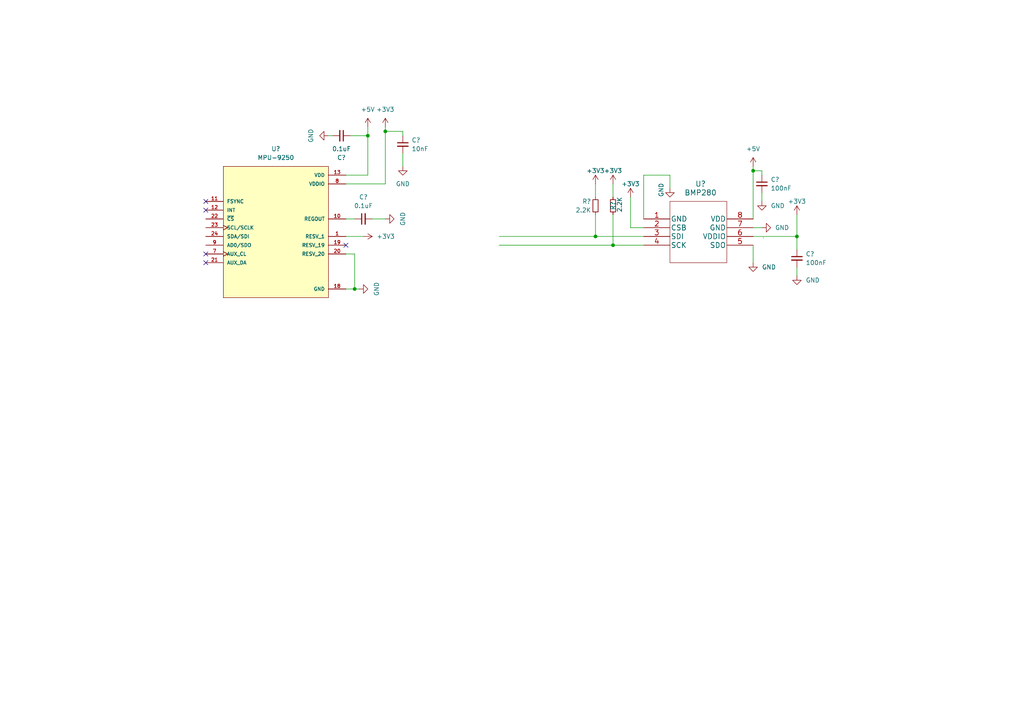
<source format=kicad_sch>
(kicad_sch (version 20211123) (generator eeschema)
  (paper "A4")
  (lib_symbols
    (symbol "2022-02-05_19-44-07:BMP280" (pin_names (offset 0.254))
      (property "Reference" "U1" (at 16.51 10.16 0))
      (property "Value" "BMP280" (at 16.51 7.62 0))
      (symbol "BMP280_1_1"
        (polyline (pts (xy 7.62 -12.7) (xy 24.13 -12.7)) (stroke (width 0.127)))
        (polyline (pts (xy 7.62 5.08) (xy 7.62 -12.7)) (stroke (width 0.127)))
        (polyline (pts (xy 24.13 -12.7) (xy 24.13 5.08)) (stroke (width 0.127)))
        (polyline (pts (xy 24.13 5.08) (xy 7.62 5.08)) (stroke (width 0.127)))
        (pin power_out line (at 0 0 0) (length 7.62) (name "GND") (number "1"))
        (pin passive line (at 0 -2.54 0) (length 7.62) (name "CSB") (number "2"))
        (pin passive line (at 0 -5.08 0) (length 7.62) (name "SDI") (number "3"))
        (pin passive line (at 0 -7.62 0) (length 7.62) (name "SCK") (number "4"))
        (pin passive line (at 31.75 -7.62 180) (length 7.62) (name "SDO") (number "5"))
        (pin power_in line (at 31.75 -5.08 180) (length 7.62) (name "VDDIO") (number "6"))
        (pin power_out line (at 31.75 -2.54 180) (length 7.62) (name "GND") (number "7"))
        (pin power_in line (at 31.75 0 180) (length 7.62) (name "VDD") (number "8"))
      )
    )
    (symbol "Device:C_Small" (pin_numbers hide) (pin_names (offset 0.254) hide)
      (property "Reference" "C" (at 0.254 1.778 0))
      (property "Value" "C_Small" (at 0.254 -2.032 0))
      (symbol "C_Small_0_1"
        (polyline (pts (xy -1.524 -0.508) (xy 1.524 -0.508)) (stroke (width 0.3302)))
        (polyline (pts (xy -1.524 0.508) (xy 1.524 0.508)) (stroke (width 0.3048)))
      )
      (symbol "C_Small_1_1"
        (pin passive line (at 0 2.54 270) (length 2.032) (name "~") (number "1"))
        (pin passive line (at 0 -2.54 90) (length 2.032) (name "~") (number "2"))
      )
    )
    (symbol "Device:R_Small" (pin_numbers hide) (pin_names (offset 0.254) hide)
      (property "Reference" "R" (at 0.762 0.508 0))
      (property "Value" "R_Small" (at 0.762 -1.016 0))
      (symbol "R_Small_0_1"
        (rectangle (start -0.762 1.778) (end 0.762 -1.778) (stroke (width 0.2032)))
      )
      (symbol "R_Small_1_1"
        (pin passive line (at 0 2.54 270) (length 0.762) (name "~") (number "1"))
        (pin passive line (at 0 -2.54 90) (length 0.762) (name "~") (number "2"))
      )
    )
    (symbol "MPU-9250_1" (pin_names (offset 1.016))
      (property "Reference" "U" (at -15.2654 20.8534 0))
      (property "Value" "MPU-9250_1" (at -15.24 -20.32 0))
      (symbol "MPU-9250_1_0_0"
        (rectangle (start -15.24 -17.78) (end 15.24 20.32) (stroke (width 0.1524)) (fill (type background)))
        (pin passive line (at 20.32 0 180) (length 5.08) (name "RESV_1") (number "1"))
        (pin output line (at 20.32 5.08 180) (length 5.08) (name "REGOUT") (number "10"))
        (pin input line (at -20.32 10.16 0) (length 5.08) (name "FSYNC") (number "11"))
        (pin output line (at -20.32 7.62 0) (length 5.08) (name "INT") (number "12"))
        (pin power_in line (at 20.32 17.78 180) (length 5.08) (name "VDD") (number "13"))
        (pin power_in line (at 20.32 -15.24 180) (length 5.08) (name "GND") (number "18"))
        (pin passive line (at 20.32 -2.54 180) (length 5.08) (name "RESV_19") (number "19"))
        (pin passive line (at 20.32 -5.08 180) (length 5.08) (name "RESV_20") (number "20"))
        (pin input line (at -20.32 -7.62 0) (length 5.08) (name "AUX_DA") (number "21"))
        (pin input line (at -20.32 5.08 0) (length 5.08) (name "~{CS}") (number "22"))
        (pin input clock (at -20.32 2.54 0) (length 5.08) (name "SCL/SCLK") (number "23"))
        (pin bidirectional line (at -20.32 0 0) (length 5.08) (name "SDA/SDI") (number "24"))
        (pin input clock (at -20.32 -5.08 0) (length 5.08) (name "AUX_CL") (number "7"))
        (pin power_in line (at 20.32 15.24 180) (length 5.08) (name "VDDIO") (number "8"))
        (pin output line (at -20.32 -2.54 0) (length 5.08) (name "AD0/SDO") (number "9"))
      )
    )
    (symbol "power:+3V3" (power) (pin_names (offset 0))
      (property "Value" "+3V3" (at 0 3.556 0))
      (symbol "+3V3_0_1"
        (polyline (pts (xy -0.762 1.27) (xy 0 2.54)))
        (polyline (pts (xy 0 0) (xy 0 2.54)))
        (polyline (pts (xy 0 2.54) (xy 0.762 1.27)))
      )
      (symbol "+3V3_1_1"
        (pin power_in line (at 0 0 90) (length 0) hide (name "+3V3") (number "1"))
      )
    )
    (symbol "power:+5V" (power) (pin_names (offset 0))
      (property "Value" "+5V" (at 0 3.556 0))
      (symbol "+5V_0_1"
        (polyline (pts (xy -0.762 1.27) (xy 0 2.54)))
        (polyline (pts (xy 0 0) (xy 0 2.54)))
        (polyline (pts (xy 0 2.54) (xy 0.762 1.27)))
      )
      (symbol "+5V_1_1"
        (pin power_in line (at 0 0 90) (length 0) hide (name "+5V") (number "1"))
      )
    )
    (symbol "power:GND" (power) (pin_names (offset 0))
      (property "Value" "GND" (at 0 -3.81 0))
      (symbol "GND_0_1"
        (polyline (pts (xy 0 0) (xy 0 -1.27) (xy 1.27 -1.27) (xy 0 -2.54) (xy -1.27 -1.27) (xy 0 -1.27)))
      )
      (symbol "GND_1_1"
        (pin power_in line (at 0 0 270) (length 0) hide (name "GND") (number "1"))
      )
    )
  )
  (junction (at 218.44 49.53))
  (junction (at 102.87 83.82))
  (junction (at 106.68 39.37))
  (junction (at 172.72 68.58))
  (junction (at 231.14 68.58))
  (junction (at 177.8 71.12))
  (junction (at 111.76 38.1))
  (no_connect (at 59.69 60.96))
  (no_connect (at 100.33 71.12))
  (no_connect (at 59.69 76.2))
  (no_connect (at 59.69 73.66))
  (no_connect (at 59.69 58.42))
  (wire (pts (xy 100.33 68.58) (xy 105.41 68.58)))
  (wire (pts (xy 111.76 38.1) (xy 111.76 36.83)))
  (wire (pts (xy 100.33 73.66) (xy 102.87 73.66)))
  (wire (pts (xy 220.98 49.53) (xy 218.44 49.53)))
  (wire (pts (xy 186.69 66.04) (xy 182.88 66.04)))
  (wire (pts (xy 172.72 53.34) (xy 172.72 57.15)))
  (wire (pts (xy 102.87 83.82) (xy 104.14 83.82)))
  (wire (pts (xy 100.33 83.82) (xy 102.87 83.82)))
  (wire (pts (xy 186.69 50.8) (xy 194.31 50.8)))
  (wire (pts (xy 218.44 68.58) (xy 231.14 68.58)))
  (wire (pts (xy 177.8 53.34) (xy 177.8 57.15)))
  (wire (pts (xy 231.14 77.47) (xy 231.14 80.01)))
  (wire (pts (xy 111.76 38.1) (xy 116.84 38.1)))
  (wire (pts (xy 220.98 55.88) (xy 220.98 58.42)))
  (wire (pts (xy 231.14 62.23) (xy 231.14 68.58)))
  (wire (pts (xy 172.72 68.58) (xy 186.69 68.58)))
  (wire (pts (xy 107.95 63.5) (xy 111.76 63.5)))
  (wire (pts (xy 100.33 53.34) (xy 111.76 53.34)))
  (wire (pts (xy 186.69 63.5) (xy 186.69 50.8)))
  (wire (pts (xy 220.98 50.8) (xy 220.98 49.53)))
  (wire (pts (xy 100.33 63.5) (xy 102.87 63.5)))
  (wire (pts (xy 144.78 71.12) (xy 177.8 71.12)))
  (wire (pts (xy 231.14 68.58) (xy 231.14 72.39)))
  (wire (pts (xy 116.84 39.37) (xy 116.84 38.1)))
  (wire (pts (xy 218.44 71.12) (xy 218.44 76.2)))
  (wire (pts (xy 194.31 50.8) (xy 194.31 54.61)))
  (wire (pts (xy 218.44 63.5) (xy 218.44 49.53)))
  (wire (pts (xy 102.87 73.66) (xy 102.87 83.82)))
  (wire (pts (xy 177.8 71.12) (xy 186.69 71.12)))
  (wire (pts (xy 111.76 53.34) (xy 111.76 38.1)))
  (wire (pts (xy 177.8 62.23) (xy 177.8 71.12)))
  (wire (pts (xy 101.6 39.37) (xy 106.68 39.37)))
  (wire (pts (xy 106.68 39.37) (xy 106.68 36.83)))
  (wire (pts (xy 96.52 39.37) (xy 95.25 39.37)))
  (wire (pts (xy 100.33 50.8) (xy 106.68 50.8)))
  (wire (pts (xy 106.68 50.8) (xy 106.68 39.37)))
  (wire (pts (xy 221.4118 69.0372) (xy 221.4118 68.9102)))
  (wire (pts (xy 116.84 44.45) (xy 116.84 48.26)))
  (wire (pts (xy 218.44 49.53) (xy 218.44 48.26)))
  (wire (pts (xy 218.44 66.04) (xy 220.98 66.04)))
  (wire (pts (xy 172.72 62.23) (xy 172.72 68.58)))
  (wire (pts (xy 182.88 66.04) (xy 182.88 57.15)))
  (wire (pts (xy 144.78 68.58) (xy 172.72 68.58)))
  (symbol (lib_id "Device:C_Small") (at 99.06 39.37 270) (unit 1)
    (property "Reference" "C?" (at 99.0537 45.72 90))
    (property "Value" "0.1uF" (at 99.0537 43.18 90))
    (property "Footprint" "Capacitor_SMD:C_0402_1005Metric_Pad0.74x0.62mm_HandSolder" (effects hide))
  )
  (symbol (lib_id "power:GND") (at 231.14 80.01 0) (unit 1)
    (property "Reference" "#PWR?" (effects hide))
    (property "Value" "GND" (at 233.68 81.2799 0) (effects (justify left)))
  )
  (symbol (lib_id "power:GND") (at 194.31 54.61 0) (unit 1)
    (property "Reference" "#PWR?" (effects hide))
    (property "Value" "GND" (at 191.77 57.15 90) (effects (justify left)))
  )
  (symbol (lib_id "power:GND") (at 220.98 58.42 0) (unit 1)
    (property "Reference" "#PWR?" (effects hide))
    (property "Value" "GND" (at 223.52 59.6899 0) (effects (justify left)))
  )
  (symbol (lib_id "power:+3V3") (at 182.88 57.15 0) (unit 1)
    (property "Reference" "#PWR?" (effects hide))
    (property "Value" "+3V3" (at 182.88 53.34 0))
  )
  (symbol (lib_id "power:+3V3") (at 231.14 62.23 0) (unit 1)
    (property "Reference" "#PWR?" (effects hide))
    (property "Value" "+3V3" (at 231.14 58.42 0))
  )
  (symbol (lib_id "power:GND") (at 220.98 66.04 90) (unit 1)
    (property "Reference" "#PWR?" (effects hide))
    (property "Value" "GND" (at 224.79 66.0399 90) (effects (justify right)))
  )
  (symbol (lib_id "Device:R_Small") (at 177.8 59.69 0) (mirror x) (unit 1)
    (property "Reference" "R?" (at 177.8 60.96 90) (effects (justify right)))
    (property "Value" "2.2K" (at 179.705 61.595 90) (effects (justify right)))
    (property "Footprint" "Resistor_SMD:R_0402_1005Metric_Pad0.72x0.64mm_HandSolder" (effects hide))
  )
  (symbol (lib_id "power:+3V3") (at 111.76 36.83 0) (unit 1)
    (property "Reference" "#PWR?" (effects hide))
    (property "Value" "+3V3" (at 111.76 31.75 0))
  )
  (symbol (lib_id "Device:C_Small") (at 231.14 74.93 0) (unit 1)
    (property "Reference" "C?" (at 233.68 73.6662 0) (effects (justify left)))
    (property "Value" "100nF" (at 233.68 76.2062 0) (effects (justify left)))
    (property "Footprint" "Capacitor_SMD:C_0402_1005Metric_Pad0.74x0.62mm_HandSolder" (effects hide))
  )
  (symbol (lib_id "Device:C_Small") (at 105.41 63.5 90) (unit 1)
    (property "Reference" "C?" (at 105.4163 57.15 90))
    (property "Value" "0.1uF" (at 105.4163 59.69 90))
    (property "Footprint" "Capacitor_SMD:C_0402_1005Metric_Pad0.74x0.62mm_HandSolder" (effects hide))
  )
  (symbol (lib_name "MPU-9250_1") (lib_id "MPU-9250:MPU-9250") (at 80.01 68.58 0) (unit 1)
    (property "Reference" "U?" (at 80.01 43.18 0))
    (property "Value" "MPU-9250" (at 80.01 45.72 0))
    (property "Footprint" "QFN40P300X300X105-24N" (effects hide))
    (property "DESCRIPTION" "SMD Gyroscope/Accelerometer/Magnetometer Sensor; 9-AXIS" (effects hide))
    (property "NOTES" "The center Exposed Pad (EP), for MPU devices is a No Connect (NC) pad. To avoid package stress, do not solder the EP to the PCB. Please refer to the document “AN-IVS-0002A-00”. As a result of these guidelines, the exposed pad has not been included on the PCB footprint. We’ve added a keep-out area under the exposed pad. Please don’t route traces or vias under the part, on the same side of the board" (effects hide))
    (property "DIGI-KEY_PART_NUMBER" "1428-1019-1-ND" (effects hide))
    (property "MF" "TDK InvenSense" (effects hide))
    (property "DIGI-KEY_PURCHASE_URL" "https://www.digikey.in/product-detail/en/tdk-invensense/MPU-9250/1428-1019-1-ND/4626450?utm_source=snapeda&utm_medium=aggregator&utm_campaign=symbol" (effects hide))
    (property "MP" "MPU-9250" (effects hide))
    (property "PACKAGE" "QFN-24 TDK InvenSense" (effects hide))
  )
  (symbol (lib_id "Device:C_Small") (at 116.84 41.91 0) (unit 1)
    (property "Reference" "C?" (at 119.38 40.6462 0) (effects (justify left)))
    (property "Value" "10nF" (at 119.38 43.1862 0) (effects (justify left)))
    (property "Footprint" "Capacitor_SMD:C_0402_1005Metric_Pad0.74x0.62mm_HandSolder" (effects hide))
  )
  (symbol (lib_id "power:+3V3") (at 105.41 68.58 270) (unit 1)
    (property "Reference" "#PWR?" (effects hide))
    (property "Value" "+3V3" (at 109.22 68.5799 90) (effects (justify left)))
  )
  (symbol (lib_id "power:GND") (at 95.25 39.37 270) (unit 1)
    (property "Reference" "#PWR?" (effects hide))
    (property "Value" "GND" (at 90.17 39.37 0))
  )
  (symbol (lib_id "power:+3V3") (at 177.8 53.34 0) (unit 1)
    (property "Reference" "#PWR?" (effects hide))
    (property "Value" "+3V3" (at 177.8 49.53 0))
  )
  (symbol (lib_id "power:+5V") (at 218.44 48.26 0) (unit 1)
    (property "Reference" "#PWR?" (effects hide))
    (property "Value" "+5V" (at 218.44 43.18 0))
  )
  (symbol (lib_id "power:GND") (at 111.76 63.5 90) (unit 1)
    (property "Reference" "#PWR?" (effects hide))
    (property "Value" "GND" (at 116.84 63.5 0))
  )
  (symbol (lib_id "2022-02-05_19-44-07:BMP280") (at 186.69 63.5 0) (unit 1)
    (property "Reference" "U?" (at 203.2 53.34 0) (effects (font (size 1.524 1.524))))
    (property "Value" "BMP280" (at 203.2 55.88 0) (effects (font (size 1.524 1.524))))
    (property "Footprint" "footprints:BMP280" (effects hide))
  )
  (symbol (lib_id "power:+5V") (at 106.68 36.83 0) (unit 1)
    (property "Reference" "#PWR?" (effects hide))
    (property "Value" "+5V" (at 106.68 31.75 0))
  )
  (symbol (lib_id "power:+3V3") (at 172.72 53.34 0) (unit 1)
    (property "Reference" "#PWR?" (effects hide))
    (property "Value" "+3V3" (at 172.72 49.53 0))
  )
  (symbol (lib_id "Device:R_Small") (at 172.72 59.69 0) (mirror x) (unit 1)
    (property "Reference" "R?" (at 171.45 58.42 0) (effects (justify right)))
    (property "Value" "2.2K" (at 171.45 60.96 0) (effects (justify right)))
    (property "Footprint" "Resistor_SMD:R_0402_1005Metric_Pad0.72x0.64mm_HandSolder" (effects hide))
  )
  (symbol (lib_id "power:GND") (at 116.84 48.26 0) (unit 1)
    (property "Reference" "#PWR?" (effects hide))
    (property "Value" "GND" (at 116.84 53.34 0))
  )
  (symbol (lib_id "power:GND") (at 104.14 83.82 90) (unit 1)
    (property "Reference" "#PWR?" (effects hide))
    (property "Value" "GND" (at 109.22 83.82 0))
  )
  (symbol (lib_id "Device:C_Small") (at 220.98 53.34 0) (unit 1)
    (property "Reference" "C?" (at 223.52 52.0762 0) (effects (justify left)))
    (property "Value" "100nF" (at 223.52 54.6162 0) (effects (justify left)))
    (property "Footprint" "Capacitor_SMD:C_0402_1005Metric_Pad0.74x0.62mm_HandSolder" (effects hide))
  )
  (symbol (lib_id "power:GND") (at 218.44 76.2 0) (unit 1)
    (property "Reference" "#PWR?" (effects hide))
    (property "Value" "GND" (at 220.98 77.4699 0) (effects (justify left)))
  )
)
</source>
